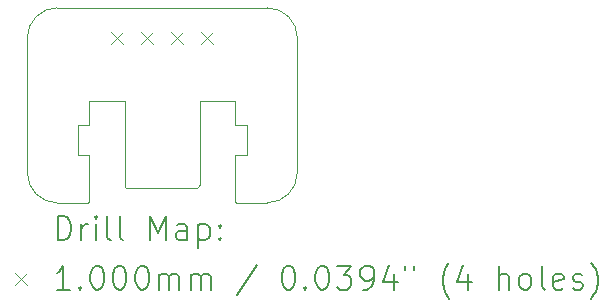
<source format=gbr>
%TF.GenerationSoftware,KiCad,Pcbnew,8.0.3*%
%TF.CreationDate,2025-02-02T16:59:29+13:00*%
%TF.ProjectId,wii-nunchuk-pcb,7769692d-6e75-46e6-9368-756b2d706362,rev?*%
%TF.SameCoordinates,Original*%
%TF.FileFunction,Drillmap*%
%TF.FilePolarity,Positive*%
%FSLAX45Y45*%
G04 Gerber Fmt 4.5, Leading zero omitted, Abs format (unit mm)*
G04 Created by KiCad (PCBNEW 8.0.3) date 2025-02-02 16:59:29*
%MOMM*%
%LPD*%
G01*
G04 APERTURE LIST*
%ADD10C,0.050000*%
%ADD11C,0.200000*%
%ADD12C,0.100000*%
G04 APERTURE END LIST*
D10*
X9006105Y-5831105D02*
X9006105Y-6974105D01*
X9260105Y-7228105D02*
X9387105Y-7228105D01*
X9260105Y-5577105D02*
X9260105Y-5577105D01*
X11038105Y-5577105D02*
X9260105Y-5577105D01*
X11038105Y-5577105D02*
G75*
G02*
X11292115Y-5831105I5J-254005D01*
G01*
X9006105Y-5831105D02*
G75*
G02*
X9260105Y-5577105I254000J0D01*
G01*
X9260105Y-7228105D02*
G75*
G02*
X9006115Y-6974105I5J253995D01*
G01*
X11292105Y-6974105D02*
X11292105Y-5831105D01*
X10911105Y-7228105D02*
X11038105Y-7228105D01*
X11292105Y-6974105D02*
G75*
G02*
X11038105Y-7228105I-253995J-5D01*
G01*
X9431605Y-6570105D02*
X9431605Y-6824105D01*
X9431605Y-6570105D02*
X9531605Y-6570105D01*
X9514105Y-7228105D02*
X9387105Y-7228105D01*
X9531605Y-6370105D02*
X9531605Y-6570105D01*
X9531605Y-6370105D02*
X9831605Y-6370105D01*
X9531605Y-6824105D02*
X9431605Y-6824105D01*
X9531605Y-6824105D02*
X9531605Y-7224105D01*
X9531605Y-7224105D02*
X9514105Y-7228105D01*
X9831605Y-6370105D02*
X9831605Y-7083325D01*
X9854465Y-7106185D02*
X10441205Y-7106185D01*
X10466605Y-6370105D02*
X10466605Y-7080785D01*
X10466605Y-6370105D02*
X10766605Y-6370105D01*
X10766605Y-6370105D02*
X10766605Y-6570105D01*
X10766605Y-6824105D02*
X10766605Y-7224105D01*
X10766605Y-7224105D02*
X10784105Y-7228105D01*
X10784105Y-7228105D02*
X10784105Y-7228105D01*
X10784105Y-7228105D02*
X10784105Y-7228105D01*
X10784105Y-7228105D02*
X10911105Y-7228105D01*
X10866605Y-6570105D02*
X10766605Y-6570105D01*
X10866605Y-6570105D02*
X10866605Y-6824105D01*
X10866605Y-6824105D02*
X10766605Y-6824105D01*
X9854465Y-7106185D02*
G75*
G02*
X9831605Y-7083325I0J22860D01*
G01*
X10466605Y-7080785D02*
G75*
G02*
X10441205Y-7106185I-25400J0D01*
G01*
D11*
D12*
X9718105Y-5781105D02*
X9818105Y-5881105D01*
X9818105Y-5781105D02*
X9718105Y-5881105D01*
X9972105Y-5781105D02*
X10072105Y-5881105D01*
X10072105Y-5781105D02*
X9972105Y-5881105D01*
X10226105Y-5781105D02*
X10326105Y-5881105D01*
X10326105Y-5781105D02*
X10226105Y-5881105D01*
X10480105Y-5781105D02*
X10580105Y-5881105D01*
X10580105Y-5781105D02*
X10480105Y-5881105D01*
D11*
X9264382Y-7542089D02*
X9264382Y-7342089D01*
X9264382Y-7342089D02*
X9312001Y-7342089D01*
X9312001Y-7342089D02*
X9340572Y-7351613D01*
X9340572Y-7351613D02*
X9359620Y-7370660D01*
X9359620Y-7370660D02*
X9369144Y-7389708D01*
X9369144Y-7389708D02*
X9378668Y-7427803D01*
X9378668Y-7427803D02*
X9378668Y-7456375D01*
X9378668Y-7456375D02*
X9369144Y-7494470D01*
X9369144Y-7494470D02*
X9359620Y-7513517D01*
X9359620Y-7513517D02*
X9340572Y-7532565D01*
X9340572Y-7532565D02*
X9312001Y-7542089D01*
X9312001Y-7542089D02*
X9264382Y-7542089D01*
X9464382Y-7542089D02*
X9464382Y-7408755D01*
X9464382Y-7446851D02*
X9473906Y-7427803D01*
X9473906Y-7427803D02*
X9483430Y-7418279D01*
X9483430Y-7418279D02*
X9502477Y-7408755D01*
X9502477Y-7408755D02*
X9521525Y-7408755D01*
X9588191Y-7542089D02*
X9588191Y-7408755D01*
X9588191Y-7342089D02*
X9578668Y-7351613D01*
X9578668Y-7351613D02*
X9588191Y-7361136D01*
X9588191Y-7361136D02*
X9597715Y-7351613D01*
X9597715Y-7351613D02*
X9588191Y-7342089D01*
X9588191Y-7342089D02*
X9588191Y-7361136D01*
X9712001Y-7542089D02*
X9692953Y-7532565D01*
X9692953Y-7532565D02*
X9683430Y-7513517D01*
X9683430Y-7513517D02*
X9683430Y-7342089D01*
X9816763Y-7542089D02*
X9797715Y-7532565D01*
X9797715Y-7532565D02*
X9788191Y-7513517D01*
X9788191Y-7513517D02*
X9788191Y-7342089D01*
X10045334Y-7542089D02*
X10045334Y-7342089D01*
X10045334Y-7342089D02*
X10112001Y-7484946D01*
X10112001Y-7484946D02*
X10178668Y-7342089D01*
X10178668Y-7342089D02*
X10178668Y-7542089D01*
X10359620Y-7542089D02*
X10359620Y-7437327D01*
X10359620Y-7437327D02*
X10350096Y-7418279D01*
X10350096Y-7418279D02*
X10331049Y-7408755D01*
X10331049Y-7408755D02*
X10292953Y-7408755D01*
X10292953Y-7408755D02*
X10273906Y-7418279D01*
X10359620Y-7532565D02*
X10340572Y-7542089D01*
X10340572Y-7542089D02*
X10292953Y-7542089D01*
X10292953Y-7542089D02*
X10273906Y-7532565D01*
X10273906Y-7532565D02*
X10264382Y-7513517D01*
X10264382Y-7513517D02*
X10264382Y-7494470D01*
X10264382Y-7494470D02*
X10273906Y-7475422D01*
X10273906Y-7475422D02*
X10292953Y-7465898D01*
X10292953Y-7465898D02*
X10340572Y-7465898D01*
X10340572Y-7465898D02*
X10359620Y-7456375D01*
X10454858Y-7408755D02*
X10454858Y-7608755D01*
X10454858Y-7418279D02*
X10473906Y-7408755D01*
X10473906Y-7408755D02*
X10512001Y-7408755D01*
X10512001Y-7408755D02*
X10531049Y-7418279D01*
X10531049Y-7418279D02*
X10540572Y-7427803D01*
X10540572Y-7427803D02*
X10550096Y-7446851D01*
X10550096Y-7446851D02*
X10550096Y-7503994D01*
X10550096Y-7503994D02*
X10540572Y-7523041D01*
X10540572Y-7523041D02*
X10531049Y-7532565D01*
X10531049Y-7532565D02*
X10512001Y-7542089D01*
X10512001Y-7542089D02*
X10473906Y-7542089D01*
X10473906Y-7542089D02*
X10454858Y-7532565D01*
X10635811Y-7523041D02*
X10645334Y-7532565D01*
X10645334Y-7532565D02*
X10635811Y-7542089D01*
X10635811Y-7542089D02*
X10626287Y-7532565D01*
X10626287Y-7532565D02*
X10635811Y-7523041D01*
X10635811Y-7523041D02*
X10635811Y-7542089D01*
X10635811Y-7418279D02*
X10645334Y-7427803D01*
X10645334Y-7427803D02*
X10635811Y-7437327D01*
X10635811Y-7437327D02*
X10626287Y-7427803D01*
X10626287Y-7427803D02*
X10635811Y-7418279D01*
X10635811Y-7418279D02*
X10635811Y-7437327D01*
D12*
X8903605Y-7820605D02*
X9003605Y-7920605D01*
X9003605Y-7820605D02*
X8903605Y-7920605D01*
D11*
X9369144Y-7962089D02*
X9254858Y-7962089D01*
X9312001Y-7962089D02*
X9312001Y-7762089D01*
X9312001Y-7762089D02*
X9292953Y-7790660D01*
X9292953Y-7790660D02*
X9273906Y-7809708D01*
X9273906Y-7809708D02*
X9254858Y-7819232D01*
X9454858Y-7943041D02*
X9464382Y-7952565D01*
X9464382Y-7952565D02*
X9454858Y-7962089D01*
X9454858Y-7962089D02*
X9445334Y-7952565D01*
X9445334Y-7952565D02*
X9454858Y-7943041D01*
X9454858Y-7943041D02*
X9454858Y-7962089D01*
X9588191Y-7762089D02*
X9607239Y-7762089D01*
X9607239Y-7762089D02*
X9626287Y-7771613D01*
X9626287Y-7771613D02*
X9635811Y-7781136D01*
X9635811Y-7781136D02*
X9645334Y-7800184D01*
X9645334Y-7800184D02*
X9654858Y-7838279D01*
X9654858Y-7838279D02*
X9654858Y-7885898D01*
X9654858Y-7885898D02*
X9645334Y-7923994D01*
X9645334Y-7923994D02*
X9635811Y-7943041D01*
X9635811Y-7943041D02*
X9626287Y-7952565D01*
X9626287Y-7952565D02*
X9607239Y-7962089D01*
X9607239Y-7962089D02*
X9588191Y-7962089D01*
X9588191Y-7962089D02*
X9569144Y-7952565D01*
X9569144Y-7952565D02*
X9559620Y-7943041D01*
X9559620Y-7943041D02*
X9550096Y-7923994D01*
X9550096Y-7923994D02*
X9540572Y-7885898D01*
X9540572Y-7885898D02*
X9540572Y-7838279D01*
X9540572Y-7838279D02*
X9550096Y-7800184D01*
X9550096Y-7800184D02*
X9559620Y-7781136D01*
X9559620Y-7781136D02*
X9569144Y-7771613D01*
X9569144Y-7771613D02*
X9588191Y-7762089D01*
X9778668Y-7762089D02*
X9797715Y-7762089D01*
X9797715Y-7762089D02*
X9816763Y-7771613D01*
X9816763Y-7771613D02*
X9826287Y-7781136D01*
X9826287Y-7781136D02*
X9835811Y-7800184D01*
X9835811Y-7800184D02*
X9845334Y-7838279D01*
X9845334Y-7838279D02*
X9845334Y-7885898D01*
X9845334Y-7885898D02*
X9835811Y-7923994D01*
X9835811Y-7923994D02*
X9826287Y-7943041D01*
X9826287Y-7943041D02*
X9816763Y-7952565D01*
X9816763Y-7952565D02*
X9797715Y-7962089D01*
X9797715Y-7962089D02*
X9778668Y-7962089D01*
X9778668Y-7962089D02*
X9759620Y-7952565D01*
X9759620Y-7952565D02*
X9750096Y-7943041D01*
X9750096Y-7943041D02*
X9740572Y-7923994D01*
X9740572Y-7923994D02*
X9731049Y-7885898D01*
X9731049Y-7885898D02*
X9731049Y-7838279D01*
X9731049Y-7838279D02*
X9740572Y-7800184D01*
X9740572Y-7800184D02*
X9750096Y-7781136D01*
X9750096Y-7781136D02*
X9759620Y-7771613D01*
X9759620Y-7771613D02*
X9778668Y-7762089D01*
X9969144Y-7762089D02*
X9988192Y-7762089D01*
X9988192Y-7762089D02*
X10007239Y-7771613D01*
X10007239Y-7771613D02*
X10016763Y-7781136D01*
X10016763Y-7781136D02*
X10026287Y-7800184D01*
X10026287Y-7800184D02*
X10035811Y-7838279D01*
X10035811Y-7838279D02*
X10035811Y-7885898D01*
X10035811Y-7885898D02*
X10026287Y-7923994D01*
X10026287Y-7923994D02*
X10016763Y-7943041D01*
X10016763Y-7943041D02*
X10007239Y-7952565D01*
X10007239Y-7952565D02*
X9988192Y-7962089D01*
X9988192Y-7962089D02*
X9969144Y-7962089D01*
X9969144Y-7962089D02*
X9950096Y-7952565D01*
X9950096Y-7952565D02*
X9940572Y-7943041D01*
X9940572Y-7943041D02*
X9931049Y-7923994D01*
X9931049Y-7923994D02*
X9921525Y-7885898D01*
X9921525Y-7885898D02*
X9921525Y-7838279D01*
X9921525Y-7838279D02*
X9931049Y-7800184D01*
X9931049Y-7800184D02*
X9940572Y-7781136D01*
X9940572Y-7781136D02*
X9950096Y-7771613D01*
X9950096Y-7771613D02*
X9969144Y-7762089D01*
X10121525Y-7962089D02*
X10121525Y-7828755D01*
X10121525Y-7847803D02*
X10131049Y-7838279D01*
X10131049Y-7838279D02*
X10150096Y-7828755D01*
X10150096Y-7828755D02*
X10178668Y-7828755D01*
X10178668Y-7828755D02*
X10197715Y-7838279D01*
X10197715Y-7838279D02*
X10207239Y-7857327D01*
X10207239Y-7857327D02*
X10207239Y-7962089D01*
X10207239Y-7857327D02*
X10216763Y-7838279D01*
X10216763Y-7838279D02*
X10235811Y-7828755D01*
X10235811Y-7828755D02*
X10264382Y-7828755D01*
X10264382Y-7828755D02*
X10283430Y-7838279D01*
X10283430Y-7838279D02*
X10292953Y-7857327D01*
X10292953Y-7857327D02*
X10292953Y-7962089D01*
X10388192Y-7962089D02*
X10388192Y-7828755D01*
X10388192Y-7847803D02*
X10397715Y-7838279D01*
X10397715Y-7838279D02*
X10416763Y-7828755D01*
X10416763Y-7828755D02*
X10445334Y-7828755D01*
X10445334Y-7828755D02*
X10464382Y-7838279D01*
X10464382Y-7838279D02*
X10473906Y-7857327D01*
X10473906Y-7857327D02*
X10473906Y-7962089D01*
X10473906Y-7857327D02*
X10483430Y-7838279D01*
X10483430Y-7838279D02*
X10502477Y-7828755D01*
X10502477Y-7828755D02*
X10531049Y-7828755D01*
X10531049Y-7828755D02*
X10550096Y-7838279D01*
X10550096Y-7838279D02*
X10559620Y-7857327D01*
X10559620Y-7857327D02*
X10559620Y-7962089D01*
X10950096Y-7752565D02*
X10778668Y-8009708D01*
X11207239Y-7762089D02*
X11226287Y-7762089D01*
X11226287Y-7762089D02*
X11245334Y-7771613D01*
X11245334Y-7771613D02*
X11254858Y-7781136D01*
X11254858Y-7781136D02*
X11264382Y-7800184D01*
X11264382Y-7800184D02*
X11273906Y-7838279D01*
X11273906Y-7838279D02*
X11273906Y-7885898D01*
X11273906Y-7885898D02*
X11264382Y-7923994D01*
X11264382Y-7923994D02*
X11254858Y-7943041D01*
X11254858Y-7943041D02*
X11245334Y-7952565D01*
X11245334Y-7952565D02*
X11226287Y-7962089D01*
X11226287Y-7962089D02*
X11207239Y-7962089D01*
X11207239Y-7962089D02*
X11188192Y-7952565D01*
X11188192Y-7952565D02*
X11178668Y-7943041D01*
X11178668Y-7943041D02*
X11169144Y-7923994D01*
X11169144Y-7923994D02*
X11159620Y-7885898D01*
X11159620Y-7885898D02*
X11159620Y-7838279D01*
X11159620Y-7838279D02*
X11169144Y-7800184D01*
X11169144Y-7800184D02*
X11178668Y-7781136D01*
X11178668Y-7781136D02*
X11188192Y-7771613D01*
X11188192Y-7771613D02*
X11207239Y-7762089D01*
X11359620Y-7943041D02*
X11369144Y-7952565D01*
X11369144Y-7952565D02*
X11359620Y-7962089D01*
X11359620Y-7962089D02*
X11350096Y-7952565D01*
X11350096Y-7952565D02*
X11359620Y-7943041D01*
X11359620Y-7943041D02*
X11359620Y-7962089D01*
X11492953Y-7762089D02*
X11512001Y-7762089D01*
X11512001Y-7762089D02*
X11531049Y-7771613D01*
X11531049Y-7771613D02*
X11540573Y-7781136D01*
X11540573Y-7781136D02*
X11550096Y-7800184D01*
X11550096Y-7800184D02*
X11559620Y-7838279D01*
X11559620Y-7838279D02*
X11559620Y-7885898D01*
X11559620Y-7885898D02*
X11550096Y-7923994D01*
X11550096Y-7923994D02*
X11540573Y-7943041D01*
X11540573Y-7943041D02*
X11531049Y-7952565D01*
X11531049Y-7952565D02*
X11512001Y-7962089D01*
X11512001Y-7962089D02*
X11492953Y-7962089D01*
X11492953Y-7962089D02*
X11473906Y-7952565D01*
X11473906Y-7952565D02*
X11464382Y-7943041D01*
X11464382Y-7943041D02*
X11454858Y-7923994D01*
X11454858Y-7923994D02*
X11445334Y-7885898D01*
X11445334Y-7885898D02*
X11445334Y-7838279D01*
X11445334Y-7838279D02*
X11454858Y-7800184D01*
X11454858Y-7800184D02*
X11464382Y-7781136D01*
X11464382Y-7781136D02*
X11473906Y-7771613D01*
X11473906Y-7771613D02*
X11492953Y-7762089D01*
X11626287Y-7762089D02*
X11750096Y-7762089D01*
X11750096Y-7762089D02*
X11683430Y-7838279D01*
X11683430Y-7838279D02*
X11712001Y-7838279D01*
X11712001Y-7838279D02*
X11731049Y-7847803D01*
X11731049Y-7847803D02*
X11740573Y-7857327D01*
X11740573Y-7857327D02*
X11750096Y-7876375D01*
X11750096Y-7876375D02*
X11750096Y-7923994D01*
X11750096Y-7923994D02*
X11740573Y-7943041D01*
X11740573Y-7943041D02*
X11731049Y-7952565D01*
X11731049Y-7952565D02*
X11712001Y-7962089D01*
X11712001Y-7962089D02*
X11654858Y-7962089D01*
X11654858Y-7962089D02*
X11635811Y-7952565D01*
X11635811Y-7952565D02*
X11626287Y-7943041D01*
X11845334Y-7962089D02*
X11883430Y-7962089D01*
X11883430Y-7962089D02*
X11902477Y-7952565D01*
X11902477Y-7952565D02*
X11912001Y-7943041D01*
X11912001Y-7943041D02*
X11931049Y-7914470D01*
X11931049Y-7914470D02*
X11940573Y-7876375D01*
X11940573Y-7876375D02*
X11940573Y-7800184D01*
X11940573Y-7800184D02*
X11931049Y-7781136D01*
X11931049Y-7781136D02*
X11921525Y-7771613D01*
X11921525Y-7771613D02*
X11902477Y-7762089D01*
X11902477Y-7762089D02*
X11864382Y-7762089D01*
X11864382Y-7762089D02*
X11845334Y-7771613D01*
X11845334Y-7771613D02*
X11835811Y-7781136D01*
X11835811Y-7781136D02*
X11826287Y-7800184D01*
X11826287Y-7800184D02*
X11826287Y-7847803D01*
X11826287Y-7847803D02*
X11835811Y-7866851D01*
X11835811Y-7866851D02*
X11845334Y-7876375D01*
X11845334Y-7876375D02*
X11864382Y-7885898D01*
X11864382Y-7885898D02*
X11902477Y-7885898D01*
X11902477Y-7885898D02*
X11921525Y-7876375D01*
X11921525Y-7876375D02*
X11931049Y-7866851D01*
X11931049Y-7866851D02*
X11940573Y-7847803D01*
X12112001Y-7828755D02*
X12112001Y-7962089D01*
X12064382Y-7752565D02*
X12016763Y-7895422D01*
X12016763Y-7895422D02*
X12140573Y-7895422D01*
X12207239Y-7762089D02*
X12207239Y-7800184D01*
X12283430Y-7762089D02*
X12283430Y-7800184D01*
X12578668Y-8038279D02*
X12569144Y-8028755D01*
X12569144Y-8028755D02*
X12550096Y-8000184D01*
X12550096Y-8000184D02*
X12540573Y-7981136D01*
X12540573Y-7981136D02*
X12531049Y-7952565D01*
X12531049Y-7952565D02*
X12521525Y-7904946D01*
X12521525Y-7904946D02*
X12521525Y-7866851D01*
X12521525Y-7866851D02*
X12531049Y-7819232D01*
X12531049Y-7819232D02*
X12540573Y-7790660D01*
X12540573Y-7790660D02*
X12550096Y-7771613D01*
X12550096Y-7771613D02*
X12569144Y-7743041D01*
X12569144Y-7743041D02*
X12578668Y-7733517D01*
X12740573Y-7828755D02*
X12740573Y-7962089D01*
X12692954Y-7752565D02*
X12645335Y-7895422D01*
X12645335Y-7895422D02*
X12769144Y-7895422D01*
X12997716Y-7962089D02*
X12997716Y-7762089D01*
X13083430Y-7962089D02*
X13083430Y-7857327D01*
X13083430Y-7857327D02*
X13073906Y-7838279D01*
X13073906Y-7838279D02*
X13054858Y-7828755D01*
X13054858Y-7828755D02*
X13026287Y-7828755D01*
X13026287Y-7828755D02*
X13007239Y-7838279D01*
X13007239Y-7838279D02*
X12997716Y-7847803D01*
X13207239Y-7962089D02*
X13188192Y-7952565D01*
X13188192Y-7952565D02*
X13178668Y-7943041D01*
X13178668Y-7943041D02*
X13169144Y-7923994D01*
X13169144Y-7923994D02*
X13169144Y-7866851D01*
X13169144Y-7866851D02*
X13178668Y-7847803D01*
X13178668Y-7847803D02*
X13188192Y-7838279D01*
X13188192Y-7838279D02*
X13207239Y-7828755D01*
X13207239Y-7828755D02*
X13235811Y-7828755D01*
X13235811Y-7828755D02*
X13254858Y-7838279D01*
X13254858Y-7838279D02*
X13264382Y-7847803D01*
X13264382Y-7847803D02*
X13273906Y-7866851D01*
X13273906Y-7866851D02*
X13273906Y-7923994D01*
X13273906Y-7923994D02*
X13264382Y-7943041D01*
X13264382Y-7943041D02*
X13254858Y-7952565D01*
X13254858Y-7952565D02*
X13235811Y-7962089D01*
X13235811Y-7962089D02*
X13207239Y-7962089D01*
X13388192Y-7962089D02*
X13369144Y-7952565D01*
X13369144Y-7952565D02*
X13359620Y-7933517D01*
X13359620Y-7933517D02*
X13359620Y-7762089D01*
X13540573Y-7952565D02*
X13521525Y-7962089D01*
X13521525Y-7962089D02*
X13483430Y-7962089D01*
X13483430Y-7962089D02*
X13464382Y-7952565D01*
X13464382Y-7952565D02*
X13454858Y-7933517D01*
X13454858Y-7933517D02*
X13454858Y-7857327D01*
X13454858Y-7857327D02*
X13464382Y-7838279D01*
X13464382Y-7838279D02*
X13483430Y-7828755D01*
X13483430Y-7828755D02*
X13521525Y-7828755D01*
X13521525Y-7828755D02*
X13540573Y-7838279D01*
X13540573Y-7838279D02*
X13550097Y-7857327D01*
X13550097Y-7857327D02*
X13550097Y-7876375D01*
X13550097Y-7876375D02*
X13454858Y-7895422D01*
X13626287Y-7952565D02*
X13645335Y-7962089D01*
X13645335Y-7962089D02*
X13683430Y-7962089D01*
X13683430Y-7962089D02*
X13702478Y-7952565D01*
X13702478Y-7952565D02*
X13712001Y-7933517D01*
X13712001Y-7933517D02*
X13712001Y-7923994D01*
X13712001Y-7923994D02*
X13702478Y-7904946D01*
X13702478Y-7904946D02*
X13683430Y-7895422D01*
X13683430Y-7895422D02*
X13654858Y-7895422D01*
X13654858Y-7895422D02*
X13635811Y-7885898D01*
X13635811Y-7885898D02*
X13626287Y-7866851D01*
X13626287Y-7866851D02*
X13626287Y-7857327D01*
X13626287Y-7857327D02*
X13635811Y-7838279D01*
X13635811Y-7838279D02*
X13654858Y-7828755D01*
X13654858Y-7828755D02*
X13683430Y-7828755D01*
X13683430Y-7828755D02*
X13702478Y-7838279D01*
X13778668Y-8038279D02*
X13788192Y-8028755D01*
X13788192Y-8028755D02*
X13807239Y-8000184D01*
X13807239Y-8000184D02*
X13816763Y-7981136D01*
X13816763Y-7981136D02*
X13826287Y-7952565D01*
X13826287Y-7952565D02*
X13835811Y-7904946D01*
X13835811Y-7904946D02*
X13835811Y-7866851D01*
X13835811Y-7866851D02*
X13826287Y-7819232D01*
X13826287Y-7819232D02*
X13816763Y-7790660D01*
X13816763Y-7790660D02*
X13807239Y-7771613D01*
X13807239Y-7771613D02*
X13788192Y-7743041D01*
X13788192Y-7743041D02*
X13778668Y-7733517D01*
M02*

</source>
